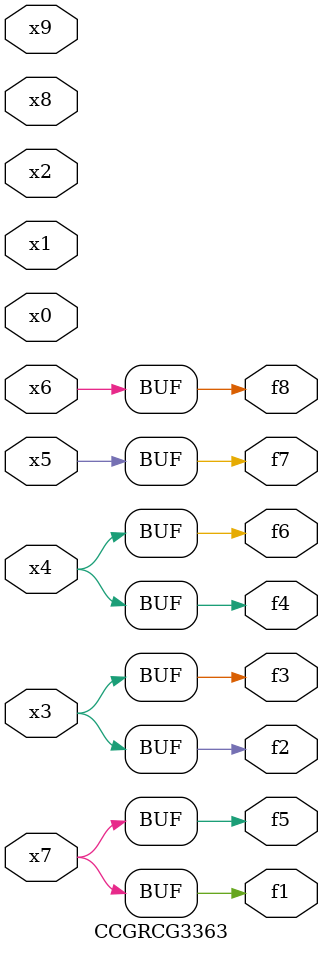
<source format=v>
module CCGRCG3363(
	input x0, x1, x2, x3, x4, x5, x6, x7, x8, x9,
	output f1, f2, f3, f4, f5, f6, f7, f8
);
	assign f1 = x7;
	assign f2 = x3;
	assign f3 = x3;
	assign f4 = x4;
	assign f5 = x7;
	assign f6 = x4;
	assign f7 = x5;
	assign f8 = x6;
endmodule

</source>
